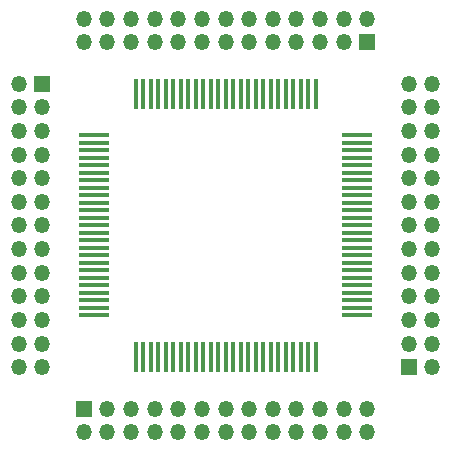
<source format=gbr>
%TF.GenerationSoftware,KiCad,Pcbnew,(6.0.2)*%
%TF.CreationDate,2026-01-28T08:29:43-08:00*%
%TF.ProjectId,i386sx-socket,69333836-7378-42d7-936f-636b65742e6b,1.0*%
%TF.SameCoordinates,Original*%
%TF.FileFunction,Soldermask,Top*%
%TF.FilePolarity,Negative*%
%FSLAX46Y46*%
G04 Gerber Fmt 4.6, Leading zero omitted, Abs format (unit mm)*
G04 Created by KiCad (PCBNEW (6.0.2)) date 2026-01-28 08:29:43*
%MOMM*%
%LPD*%
G01*
G04 APERTURE LIST*
%ADD10R,2.500000X0.380000*%
%ADD11R,0.380000X2.500000*%
%ADD12R,1.350000X1.350000*%
%ADD13O,1.350000X1.350000*%
G04 APERTURE END LIST*
D10*
%TO.C,U1*%
X134937500Y-74930000D03*
X134937500Y-75565000D03*
X134937500Y-76200000D03*
X134937500Y-76835000D03*
X134937500Y-77470000D03*
X134937500Y-78105000D03*
X134937500Y-78740000D03*
X134937500Y-79375000D03*
X134937500Y-80010000D03*
X134937500Y-80645000D03*
X134937500Y-81280000D03*
X134937500Y-81915000D03*
X134937500Y-82550000D03*
X134937500Y-83185000D03*
X134937500Y-83820000D03*
X134937500Y-84455000D03*
X134937500Y-85090000D03*
X134937500Y-85725000D03*
X134937500Y-86360000D03*
X134937500Y-86995000D03*
X134937500Y-87630000D03*
X134937500Y-88265000D03*
X134937500Y-88900000D03*
X134937500Y-89535000D03*
X134937500Y-90170000D03*
D11*
X138430000Y-93662500D03*
X139065000Y-93662500D03*
X139700000Y-93662500D03*
X140335000Y-93662500D03*
X140970000Y-93662500D03*
X141605000Y-93662500D03*
X142240000Y-93662500D03*
X142875000Y-93662500D03*
X143510000Y-93662500D03*
X144145000Y-93662500D03*
X144780000Y-93662500D03*
X145415000Y-93662500D03*
X146050000Y-93662500D03*
X146685000Y-93662500D03*
X147320000Y-93662500D03*
X147955000Y-93662500D03*
X148590000Y-93662500D03*
X149225000Y-93662500D03*
X149860000Y-93662500D03*
X150495000Y-93662500D03*
X151130000Y-93662500D03*
X151765000Y-93662500D03*
X152400000Y-93662500D03*
X153035000Y-93662500D03*
X153670000Y-93662500D03*
D10*
X157162500Y-90170000D03*
X157162500Y-89535000D03*
X157162500Y-88900000D03*
X157162500Y-88265000D03*
X157162500Y-87630000D03*
X157162500Y-86995000D03*
X157162500Y-86360000D03*
X157162500Y-85725000D03*
X157162500Y-85090000D03*
X157162500Y-84455000D03*
X157162500Y-83820000D03*
X157162500Y-83185000D03*
X157162500Y-82550000D03*
X157162500Y-81915000D03*
X157162500Y-81280000D03*
X157162500Y-80645000D03*
X157162500Y-80010000D03*
X157162500Y-79375000D03*
X157162500Y-78740000D03*
X157162500Y-78105000D03*
X157162500Y-77470000D03*
X157162500Y-76835000D03*
X157162500Y-76200000D03*
X157162500Y-75565000D03*
X157162500Y-74930000D03*
D11*
X153670000Y-71437500D03*
X153035000Y-71437500D03*
X152400000Y-71437500D03*
X151765000Y-71437500D03*
X151130000Y-71437500D03*
X150495000Y-71437500D03*
X149860000Y-71437500D03*
X149225000Y-71437500D03*
X148590000Y-71437500D03*
X147955000Y-71437500D03*
X147320000Y-71437500D03*
X146685000Y-71437500D03*
X146050000Y-71437500D03*
X145415000Y-71437500D03*
X144780000Y-71437500D03*
X144145000Y-71437500D03*
X143510000Y-71437500D03*
X142875000Y-71437500D03*
X142240000Y-71437500D03*
X141605000Y-71437500D03*
X140970000Y-71437500D03*
X140335000Y-71437500D03*
X139700000Y-71437500D03*
X139065000Y-71437500D03*
X138430000Y-71437500D03*
%TD*%
D12*
%TO.C,J4*%
X158050000Y-67040000D03*
D13*
X158050000Y-65040000D03*
X156050000Y-67040000D03*
X156050000Y-65040000D03*
X154050000Y-67040000D03*
X154050000Y-65040000D03*
X152050000Y-67040000D03*
X152050000Y-65040000D03*
X150050000Y-67040000D03*
X150050000Y-65040000D03*
X148050000Y-67040000D03*
X148050000Y-65040000D03*
X146050000Y-67040000D03*
X146050000Y-65040000D03*
X144050000Y-67040000D03*
X144050000Y-65040000D03*
X142050000Y-67040000D03*
X142050000Y-65040000D03*
X140050000Y-67040000D03*
X140050000Y-65040000D03*
X138050000Y-67040000D03*
X138050000Y-65040000D03*
X136050000Y-67040000D03*
X136050000Y-65040000D03*
X134050000Y-67040000D03*
X134050000Y-65040000D03*
%TD*%
D12*
%TO.C,J2*%
X134050000Y-98060000D03*
D13*
X134050000Y-100060000D03*
X136050000Y-98060000D03*
X136050000Y-100060000D03*
X138050000Y-98060000D03*
X138050000Y-100060000D03*
X140050000Y-98060000D03*
X140050000Y-100060000D03*
X142050000Y-98060000D03*
X142050000Y-100060000D03*
X144050000Y-98060000D03*
X144050000Y-100060000D03*
X146050000Y-98060000D03*
X146050000Y-100060000D03*
X148050000Y-98060000D03*
X148050000Y-100060000D03*
X150050000Y-98060000D03*
X150050000Y-100060000D03*
X152050000Y-98060000D03*
X152050000Y-100060000D03*
X154050000Y-98060000D03*
X154050000Y-100060000D03*
X156050000Y-98060000D03*
X156050000Y-100060000D03*
X158050000Y-98060000D03*
X158050000Y-100060000D03*
%TD*%
D12*
%TO.C,J3*%
X161560000Y-94550000D03*
D13*
X163560000Y-94550000D03*
X161560000Y-92550000D03*
X163560000Y-92550000D03*
X161560000Y-90550000D03*
X163560000Y-90550000D03*
X161560000Y-88550000D03*
X163560000Y-88550000D03*
X161560000Y-86550000D03*
X163560000Y-86550000D03*
X161560000Y-84550000D03*
X163560000Y-84550000D03*
X161560000Y-82550000D03*
X163560000Y-82550000D03*
X161560000Y-80550000D03*
X163560000Y-80550000D03*
X161560000Y-78550000D03*
X163560000Y-78550000D03*
X161560000Y-76550000D03*
X163560000Y-76550000D03*
X161560000Y-74550000D03*
X163560000Y-74550000D03*
X161560000Y-72550000D03*
X163560000Y-72550000D03*
X161560000Y-70550000D03*
X163560000Y-70550000D03*
%TD*%
D12*
%TO.C,J1*%
X130540000Y-70550000D03*
D13*
X128540000Y-70550000D03*
X130540000Y-72550000D03*
X128540000Y-72550000D03*
X130540000Y-74550000D03*
X128540000Y-74550000D03*
X130540000Y-76550000D03*
X128540000Y-76550000D03*
X130540000Y-78550000D03*
X128540000Y-78550000D03*
X130540000Y-80550000D03*
X128540000Y-80550000D03*
X130540000Y-82550000D03*
X128540000Y-82550000D03*
X130540000Y-84550000D03*
X128540000Y-84550000D03*
X130540000Y-86550000D03*
X128540000Y-86550000D03*
X130540000Y-88550000D03*
X128540000Y-88550000D03*
X130540000Y-90550000D03*
X128540000Y-90550000D03*
X130540000Y-92550000D03*
X128540000Y-92550000D03*
X130540000Y-94550000D03*
X128540000Y-94550000D03*
%TD*%
M02*

</source>
